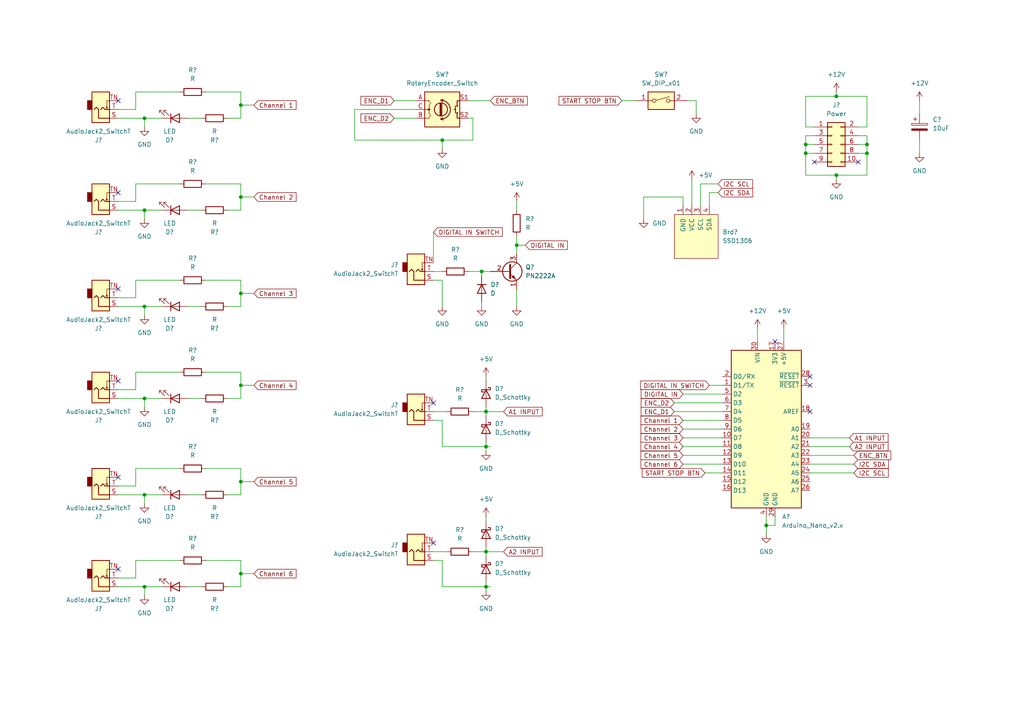
<source format=kicad_sch>
(kicad_sch (version 20211123) (generator eeschema)
  (paper "A4")
  (lib_symbols
    (symbol "Connector:AudioJack2_SwitchT"
      (property "Reference" "J" (at 0 8.89 0))
      (property "Value" "AudioJack2_SwitchT" (at 0 6.35 0))
      (symbol "AudioJack2_SwitchT_0_1"
        (rectangle (start -2.54 0) (end -3.81 -2.54) (stroke (width 0.254)) (fill (type outline)))
        (polyline (pts (xy 1.778 -0.254) (xy 2.032 -0.762)))
        (polyline (pts (xy 0 0) (xy 0.635 -0.635) (xy 1.27 0) (xy 2.54 0)) (stroke (width 0.254)))
        (polyline (pts (xy 2.54 -2.54) (xy 1.778 -2.54) (xy 1.778 -0.254) (xy 1.524 -0.762)))
        (polyline (pts (xy 2.54 2.54) (xy -0.635 2.54) (xy -0.635 0) (xy -1.27 -0.635) (xy -1.905 0)) (stroke (width 0.254)))
        (rectangle (start 2.54 3.81) (end -2.54 -5.08) (stroke (width 0.254)) (fill (type background)))
      )
      (symbol "AudioJack2_SwitchT_1_1"
        (pin passive line (at 5.08 2.54 180) (length 2.54) (name "~") (number "S"))
        (pin passive line (at 5.08 0 180) (length 2.54) (name "~") (number "T"))
        (pin passive line (at 5.08 -2.54 180) (length 2.54) (name "~") (number "TN"))
      )
    )
    (symbol "Connector_Generic:Conn_02x05_Odd_Even" (pin_names (offset 1.016) hide)
      (property "Reference" "J" (at 1.27 7.62 0))
      (property "Value" "Conn_02x05_Odd_Even" (at 1.27 -7.62 0))
      (symbol "Conn_02x05_Odd_Even_1_1"
        (rectangle (start -1.27 -4.953) (end 0 -5.207) (stroke (width 0.1524)))
        (rectangle (start -1.27 -2.413) (end 0 -2.667) (stroke (width 0.1524)))
        (rectangle (start -1.27 0.127) (end 0 -0.127) (stroke (width 0.1524)))
        (rectangle (start -1.27 2.667) (end 0 2.413) (stroke (width 0.1524)))
        (rectangle (start -1.27 5.207) (end 0 4.953) (stroke (width 0.1524)))
        (rectangle (start -1.27 6.35) (end 3.81 -6.35) (stroke (width 0.254)) (fill (type background)))
        (rectangle (start 3.81 -4.953) (end 2.54 -5.207) (stroke (width 0.1524)))
        (rectangle (start 3.81 -2.413) (end 2.54 -2.667) (stroke (width 0.1524)))
        (rectangle (start 3.81 0.127) (end 2.54 -0.127) (stroke (width 0.1524)))
        (rectangle (start 3.81 2.667) (end 2.54 2.413) (stroke (width 0.1524)))
        (rectangle (start 3.81 5.207) (end 2.54 4.953) (stroke (width 0.1524)))
        (pin passive line (at -5.08 5.08 0) (length 3.81) (name "Pin_1") (number "1"))
        (pin passive line (at 7.62 -5.08 180) (length 3.81) (name "Pin_10") (number "10"))
        (pin passive line (at 7.62 5.08 180) (length 3.81) (name "Pin_2") (number "2"))
        (pin passive line (at -5.08 2.54 0) (length 3.81) (name "Pin_3") (number "3"))
        (pin passive line (at 7.62 2.54 180) (length 3.81) (name "Pin_4") (number "4"))
        (pin passive line (at -5.08 0 0) (length 3.81) (name "Pin_5") (number "5"))
        (pin passive line (at 7.62 0 180) (length 3.81) (name "Pin_6") (number "6"))
        (pin passive line (at -5.08 -2.54 0) (length 3.81) (name "Pin_7") (number "7"))
        (pin passive line (at 7.62 -2.54 180) (length 3.81) (name "Pin_8") (number "8"))
        (pin passive line (at -5.08 -5.08 0) (length 3.81) (name "Pin_9") (number "9"))
      )
    )
    (symbol "Device:C_Polarized" (pin_numbers hide) (pin_names (offset 0.254))
      (property "Reference" "C" (at 0.635 2.54 0))
      (property "Value" "C_Polarized" (at 0.635 -2.54 0))
      (symbol "C_Polarized_0_1"
        (rectangle (start -2.286 0.508) (end 2.286 1.016))
        (polyline (pts (xy -1.778 2.286) (xy -0.762 2.286)))
        (polyline (pts (xy -1.27 2.794) (xy -1.27 1.778)))
        (rectangle (start 2.286 -0.508) (end -2.286 -1.016) (fill (type outline)))
      )
      (symbol "C_Polarized_1_1"
        (pin passive line (at 0 3.81 270) (length 2.794) (name "~") (number "1"))
        (pin passive line (at 0 -3.81 90) (length 2.794) (name "~") (number "2"))
      )
    )
    (symbol "Device:D" (pin_numbers hide) (pin_names (offset 1.016) hide)
      (property "Reference" "D" (at 0 2.54 0))
      (property "Value" "D" (at 0 -2.54 0))
      (symbol "D_0_1"
        (polyline (pts (xy -1.27 1.27) (xy -1.27 -1.27)) (stroke (width 0.254)))
        (polyline (pts (xy 1.27 0) (xy -1.27 0)))
        (polyline (pts (xy 1.27 1.27) (xy 1.27 -1.27) (xy -1.27 0) (xy 1.27 1.27)) (stroke (width 0.254)))
      )
      (symbol "D_1_1"
        (pin passive line (at -3.81 0 0) (length 2.54) (name "K") (number "1"))
        (pin passive line (at 3.81 0 180) (length 2.54) (name "A") (number "2"))
      )
    )
    (symbol "Device:D_Schottky" (pin_numbers hide) (pin_names (offset 1.016) hide)
      (property "Reference" "D" (at 0 2.54 0))
      (property "Value" "D_Schottky" (at 0 -2.54 0))
      (symbol "D_Schottky_0_1"
        (polyline (pts (xy 1.27 0) (xy -1.27 0)))
        (polyline (pts (xy 1.27 1.27) (xy 1.27 -1.27) (xy -1.27 0) (xy 1.27 1.27)) (stroke (width 0.254)))
        (polyline (pts (xy -1.905 0.635) (xy -1.905 1.27) (xy -1.27 1.27) (xy -1.27 -1.27) (xy -0.635 -1.27) (xy -0.635 -0.635)) (stroke (width 0.254)))
      )
      (symbol "D_Schottky_1_1"
        (pin passive line (at -3.81 0 0) (length 2.54) (name "K") (number "1"))
        (pin passive line (at 3.81 0 180) (length 2.54) (name "A") (number "2"))
      )
    )
    (symbol "Device:LED" (pin_numbers hide) (pin_names (offset 1.016) hide)
      (property "Reference" "D" (at 0 2.54 0))
      (property "Value" "LED" (at 0 -2.54 0))
      (symbol "LED_0_1"
        (polyline (pts (xy -1.27 -1.27) (xy -1.27 1.27)) (stroke (width 0.254)))
        (polyline (pts (xy -1.27 0) (xy 1.27 0)))
        (polyline (pts (xy 1.27 -1.27) (xy 1.27 1.27) (xy -1.27 0) (xy 1.27 -1.27)) (stroke (width 0.254)))
        (polyline (pts (xy -3.048 -0.762) (xy -4.572 -2.286) (xy -3.81 -2.286) (xy -4.572 -2.286) (xy -4.572 -1.524)))
        (polyline (pts (xy -1.778 -0.762) (xy -3.302 -2.286) (xy -2.54 -2.286) (xy -3.302 -2.286) (xy -3.302 -1.524)))
      )
      (symbol "LED_1_1"
        (pin passive line (at -3.81 0 0) (length 2.54) (name "K") (number "1"))
        (pin passive line (at 3.81 0 180) (length 2.54) (name "A") (number "2"))
      )
    )
    (symbol "Device:R" (pin_numbers hide) (pin_names (offset 0))
      (property "Reference" "R" (at 2.032 0 90))
      (property "Value" "R" (at 0 0 90))
      (symbol "R_0_1"
        (rectangle (start -1.016 -2.54) (end 1.016 2.54) (stroke (width 0.254)))
      )
      (symbol "R_1_1"
        (pin passive line (at 0 3.81 270) (length 1.27) (name "~") (number "1"))
        (pin passive line (at 0 -3.81 90) (length 1.27) (name "~") (number "2"))
      )
    )
    (symbol "Device:RotaryEncoder_Switch" (pin_names (offset 0.254) hide)
      (property "Reference" "SW" (at 0 6.604 0))
      (property "Value" "RotaryEncoder_Switch" (at 0 -6.604 0))
      (symbol "RotaryEncoder_Switch_0_1"
        (rectangle (start -5.08 5.08) (end 5.08 -5.08) (stroke (width 0.254)) (fill (type background)))
        (circle (center -3.81 0) (radius 0.254) (fill (type outline)))
        (arc (start -0.381 -2.794) (mid 2.3622 -0.0508) (end -0.381 2.667) (stroke (width 0.254)))
        (circle (center -0.381 0) (radius 1.905) (stroke (width 0.254)))
        (polyline (pts (xy -0.635 -1.778) (xy -0.635 1.778)) (stroke (width 0.254)))
        (polyline (pts (xy -0.381 -1.778) (xy -0.381 1.778)) (stroke (width 0.254)))
        (polyline (pts (xy -0.127 1.778) (xy -0.127 -1.778)) (stroke (width 0.254)))
        (polyline (pts (xy 3.81 0) (xy 3.429 0)) (stroke (width 0.254)))
        (polyline (pts (xy 3.81 1.016) (xy 3.81 -1.016)) (stroke (width 0.254)))
        (polyline (pts (xy -5.08 -2.54) (xy -3.81 -2.54) (xy -3.81 -2.032)))
        (polyline (pts (xy -5.08 2.54) (xy -3.81 2.54) (xy -3.81 2.032)))
        (polyline (pts (xy 0.254 -3.048) (xy -0.508 -2.794) (xy 0.127 -2.413)) (stroke (width 0.254)))
        (polyline (pts (xy 0.254 2.921) (xy -0.508 2.667) (xy 0.127 2.286)) (stroke (width 0.254)))
        (polyline (pts (xy 5.08 -2.54) (xy 4.318 -2.54) (xy 4.318 -1.016)) (stroke (width 0.254)))
        (polyline (pts (xy 5.08 2.54) (xy 4.318 2.54) (xy 4.318 1.016)) (stroke (width 0.254)))
        (polyline (pts (xy -5.08 0) (xy -3.81 0) (xy -3.81 -1.016) (xy -3.302 -2.032)))
        (polyline (pts (xy -4.318 0) (xy -3.81 0) (xy -3.81 1.016) (xy -3.302 2.032)))
        (circle (center 4.318 -1.016) (radius 0.127) (stroke (width 0.254)))
        (circle (center 4.318 1.016) (radius 0.127) (stroke (width 0.254)))
      )
      (symbol "RotaryEncoder_Switch_1_1"
        (pin passive line (at -7.62 2.54 0) (length 2.54) (name "A") (number "A"))
        (pin passive line (at -7.62 -2.54 0) (length 2.54) (name "B") (number "B"))
        (pin passive line (at -7.62 0 0) (length 2.54) (name "C") (number "C"))
        (pin passive line (at 7.62 2.54 180) (length 2.54) (name "S1") (number "S1"))
        (pin passive line (at 7.62 -2.54 180) (length 2.54) (name "S2") (number "S2"))
      )
    )
    (symbol "MCU_Module:Arduino_Nano_v2.x"
      (property "Reference" "A" (at -10.16 23.495 0))
      (property "Value" "Arduino_Nano_v2.x" (at 5.08 -24.13 0))
      (symbol "Arduino_Nano_v2.x_0_1"
        (rectangle (start -10.16 22.86) (end 10.16 -22.86) (stroke (width 0.254)) (fill (type background)))
      )
      (symbol "Arduino_Nano_v2.x_1_1"
        (pin bidirectional line (at -12.7 12.7 0) (length 2.54) (name "D1/TX") (number "1"))
        (pin bidirectional line (at -12.7 -2.54 0) (length 2.54) (name "D7") (number "10"))
        (pin bidirectional line (at -12.7 -5.08 0) (length 2.54) (name "D8") (number "11"))
        (pin bidirectional line (at -12.7 -7.62 0) (length 2.54) (name "D9") (number "12"))
        (pin bidirectional line (at -12.7 -10.16 0) (length 2.54) (name "D10") (number "13"))
        (pin bidirectional line (at -12.7 -12.7 0) (length 2.54) (name "D11") (number "14"))
        (pin bidirectional line (at -12.7 -15.24 0) (length 2.54) (name "D12") (number "15"))
        (pin bidirectional line (at -12.7 -17.78 0) (length 2.54) (name "D13") (number "16"))
        (pin power_out line (at 2.54 25.4 270) (length 2.54) (name "3V3") (number "17"))
        (pin input line (at 12.7 5.08 180) (length 2.54) (name "AREF") (number "18"))
        (pin bidirectional line (at 12.7 0 180) (length 2.54) (name "A0") (number "19"))
        (pin bidirectional line (at -12.7 15.24 0) (length 2.54) (name "D0/RX") (number "2"))
        (pin bidirectional line (at 12.7 -2.54 180) (length 2.54) (name "A1") (number "20"))
        (pin bidirectional line (at 12.7 -5.08 180) (length 2.54) (name "A2") (number "21"))
        (pin bidirectional line (at 12.7 -7.62 180) (length 2.54) (name "A3") (number "22"))
        (pin bidirectional line (at 12.7 -10.16 180) (length 2.54) (name "A4") (number "23"))
        (pin bidirectional line (at 12.7 -12.7 180) (length 2.54) (name "A5") (number "24"))
        (pin bidirectional line (at 12.7 -15.24 180) (length 2.54) (name "A6") (number "25"))
        (pin bidirectional line (at 12.7 -17.78 180) (length 2.54) (name "A7") (number "26"))
        (pin power_out line (at 5.08 25.4 270) (length 2.54) (name "+5V") (number "27"))
        (pin input line (at 12.7 15.24 180) (length 2.54) (name "~{RESET}") (number "28"))
        (pin power_in line (at 2.54 -25.4 90) (length 2.54) (name "GND") (number "29"))
        (pin input line (at 12.7 12.7 180) (length 2.54) (name "~{RESET}") (number "3"))
        (pin power_in line (at -2.54 25.4 270) (length 2.54) (name "VIN") (number "30"))
        (pin power_in line (at 0 -25.4 90) (length 2.54) (name "GND") (number "4"))
        (pin bidirectional line (at -12.7 10.16 0) (length 2.54) (name "D2") (number "5"))
        (pin bidirectional line (at -12.7 7.62 0) (length 2.54) (name "D3") (number "6"))
        (pin bidirectional line (at -12.7 5.08 0) (length 2.54) (name "D4") (number "7"))
        (pin bidirectional line (at -12.7 2.54 0) (length 2.54) (name "D5") (number "8"))
        (pin bidirectional line (at -12.7 0 0) (length 2.54) (name "D6") (number "9"))
      )
    )
    (symbol "SSD1306-128x64_OLED:SSD1306" (pin_names (offset 1.016))
      (property "Reference" "Brd" (at 0 -3.81 0))
      (property "Value" "SSD1306" (at 0 -1.27 0))
      (symbol "SSD1306_0_1"
        (rectangle (start -6.35 6.35) (end 6.35 -6.35) (fill (type background)))
      )
      (symbol "SSD1306_1_1"
        (pin input line (at -3.81 8.89 270) (length 2.54) (name "GND") (number "1"))
        (pin input line (at -1.27 8.89 270) (length 2.54) (name "VCC") (number "2"))
        (pin input line (at 1.27 8.89 270) (length 2.54) (name "SCL") (number "3"))
        (pin input line (at 3.81 8.89 270) (length 2.54) (name "SDA") (number "4"))
      )
    )
    (symbol "Switch:SW_DIP_x01" (pin_names (offset 0) hide)
      (property "Reference" "SW" (at 0 3.81 0))
      (property "Value" "SW_DIP_x01" (at 0 -3.81 0))
      (symbol "SW_DIP_x01_0_0"
        (circle (center -2.032 0) (radius 0.508))
        (polyline (pts (xy -1.524 0.127) (xy 2.3622 1.1684)))
        (circle (center 2.032 0) (radius 0.508))
      )
      (symbol "SW_DIP_x01_0_1"
        (rectangle (start -3.81 2.54) (end 3.81 -2.54) (stroke (width 0.254)) (fill (type background)))
      )
      (symbol "SW_DIP_x01_1_1"
        (pin passive line (at -7.62 0 0) (length 5.08) (name "~") (number "1"))
        (pin passive line (at 7.62 0 180) (length 5.08) (name "~") (number "2"))
      )
    )
    (symbol "Transistor_BJT:PN2222A" (pin_names (offset 0) hide)
      (property "Reference" "Q" (at 5.08 1.905 0))
      (property "Value" "PN2222A" (at 5.08 0 0))
      (symbol "PN2222A_0_1"
        (polyline (pts (xy 0 0) (xy 0.635 0)))
        (polyline (pts (xy 2.54 -2.54) (xy 0.635 -0.635)))
        (polyline (pts (xy 2.54 2.54) (xy 0.635 0.635)))
        (polyline (pts (xy 0.635 1.905) (xy 0.635 -1.905) (xy 0.635 -1.905)) (stroke (width 0.508)))
        (polyline (pts (xy 2.413 -2.413) (xy 1.905 -1.905) (xy 1.905 -1.905)))
        (polyline (pts (xy 1.143 -1.651) (xy 1.651 -1.143) (xy 2.159 -2.159) (xy 1.143 -1.651) (xy 1.143 -1.651)) (fill (type outline)))
        (circle (center 1.27 0) (radius 2.8194) (stroke (width 0.254)))
      )
      (symbol "PN2222A_1_1"
        (pin passive line (at 2.54 -5.08 90) (length 2.54) (name "E") (number "1"))
        (pin input line (at -5.08 0 0) (length 5.08) (name "B") (number "2"))
        (pin passive line (at 2.54 5.08 270) (length 2.54) (name "C") (number "3"))
      )
    )
    (symbol "power:+12V" (power) (pin_names (offset 0))
      (property "Value" "+12V" (at 0 3.556 0))
      (symbol "+12V_0_1"
        (polyline (pts (xy -0.762 1.27) (xy 0 2.54)))
        (polyline (pts (xy 0 0) (xy 0 2.54)))
        (polyline (pts (xy 0 2.54) (xy 0.762 1.27)))
      )
      (symbol "+12V_1_1"
        (pin power_in line (at 0 0 90) (length 0) hide (name "+12V") (number "1"))
      )
    )
    (symbol "power:+5V" (power) (pin_names (offset 0))
      (property "Value" "+5V" (at 0 3.556 0))
      (symbol "+5V_0_1"
        (polyline (pts (xy -0.762 1.27) (xy 0 2.54)))
        (polyline (pts (xy 0 0) (xy 0 2.54)))
        (polyline (pts (xy 0 2.54) (xy 0.762 1.27)))
      )
      (symbol "+5V_1_1"
        (pin power_in line (at 0 0 90) (length 0) hide (name "+5V") (number "1"))
      )
    )
    (symbol "power:GND" (power) (pin_names (offset 0))
      (property "Value" "GND" (at 0 -3.81 0))
      (symbol "GND_0_1"
        (polyline (pts (xy 0 0) (xy 0 -1.27) (xy 1.27 -1.27) (xy 0 -2.54) (xy -1.27 -1.27) (xy 0 -1.27)))
      )
      (symbol "GND_1_1"
        (pin power_in line (at 0 0 270) (length 0) hide (name "GND") (number "1"))
      )
    )
  )
  (junction (at 149.86 71.12))
  (junction (at 140.97 160.02))
  (junction (at 140.97 170.18))
  (junction (at 41.91 34.29))
  (junction (at 41.91 143.51))
  (junction (at 233.68 41.91))
  (junction (at 69.85 139.7))
  (junction (at 140.97 119.38))
  (junction (at 242.57 50.8))
  (junction (at 139.7 78.74))
  (junction (at 41.91 115.57))
  (junction (at 69.85 85.09))
  (junction (at 41.91 170.18))
  (junction (at 69.85 57.15))
  (junction (at 128.27 40.64))
  (junction (at 251.46 41.91))
  (junction (at 69.85 166.37))
  (junction (at 41.91 60.96))
  (junction (at 69.85 111.76))
  (junction (at 233.68 44.45))
  (junction (at 242.57 27.94))
  (junction (at 222.25 152.4))
  (junction (at 251.46 44.45))
  (junction (at 41.91 88.9))
  (junction (at 69.85 30.48))
  (junction (at 140.97 129.54))
  (no_connect (at 34.29 110.49))
  (no_connect (at 234.95 109.22))
  (no_connect (at 34.29 165.1))
  (no_connect (at 234.95 111.76))
  (no_connect (at 234.95 119.38))
  (no_connect (at 34.29 138.43))
  (no_connect (at 34.29 83.82))
  (no_connect (at 34.29 55.88))
  (no_connect (at 125.73 157.48))
  (no_connect (at 248.92 46.99))
  (no_connect (at 224.79 99.06))
  (no_connect (at 34.29 29.21))
  (no_connect (at 236.22 46.99))
  (no_connect (at 125.73 116.84))
  (wire (pts (xy 102.87 40.64) (xy 128.27 40.64)))
  (wire (pts (xy 140.97 119.38) (xy 140.97 120.65)))
  (wire (pts (xy 203.2 53.34) (xy 203.2 59.69)))
  (wire (pts (xy 69.85 166.37) (xy 69.85 170.18)))
  (wire (pts (xy 140.97 119.38) (xy 146.05 119.38)))
  (wire (pts (xy 135.89 78.74) (xy 139.7 78.74)))
  (wire (pts (xy 39.37 58.42) (xy 39.37 53.34)))
  (wire (pts (xy 198.12 124.46) (xy 209.55 124.46)))
  (wire (pts (xy 149.86 71.12) (xy 149.86 73.66)))
  (wire (pts (xy 54.61 143.51) (xy 58.42 143.51)))
  (wire (pts (xy 125.73 78.74) (xy 128.27 78.74)))
  (wire (pts (xy 137.16 34.29) (xy 137.16 40.64)))
  (wire (pts (xy 137.16 40.64) (xy 128.27 40.64)))
  (wire (pts (xy 39.37 26.67) (xy 52.07 26.67)))
  (wire (pts (xy 34.29 34.29) (xy 41.91 34.29)))
  (wire (pts (xy 222.25 152.4) (xy 224.79 152.4)))
  (wire (pts (xy 41.91 34.29) (xy 46.99 34.29)))
  (wire (pts (xy 149.86 83.82) (xy 149.86 88.9)))
  (wire (pts (xy 34.29 88.9) (xy 41.91 88.9)))
  (wire (pts (xy 205.74 111.76) (xy 209.55 111.76)))
  (wire (pts (xy 128.27 129.54) (xy 140.97 129.54)))
  (wire (pts (xy 135.89 29.21) (xy 142.24 29.21)))
  (wire (pts (xy 39.37 140.97) (xy 39.37 135.89)))
  (wire (pts (xy 242.57 26.67) (xy 242.57 27.94)))
  (wire (pts (xy 198.12 57.15) (xy 198.12 59.69)))
  (wire (pts (xy 39.37 167.64) (xy 39.37 162.56)))
  (wire (pts (xy 208.28 53.34) (xy 203.2 53.34)))
  (wire (pts (xy 54.61 115.57) (xy 58.42 115.57)))
  (wire (pts (xy 125.73 162.56) (xy 128.27 162.56)))
  (wire (pts (xy 39.37 162.56) (xy 52.07 162.56)))
  (wire (pts (xy 114.3 29.21) (xy 120.65 29.21)))
  (wire (pts (xy 41.91 60.96) (xy 41.91 63.5)))
  (wire (pts (xy 39.37 31.75) (xy 39.37 26.67)))
  (wire (pts (xy 149.86 58.42) (xy 149.86 60.96)))
  (wire (pts (xy 227.33 95.25) (xy 227.33 99.06)))
  (wire (pts (xy 34.29 140.97) (xy 39.37 140.97)))
  (wire (pts (xy 34.29 170.18) (xy 41.91 170.18)))
  (wire (pts (xy 59.69 26.67) (xy 69.85 26.67)))
  (wire (pts (xy 128.27 162.56) (xy 128.27 170.18)))
  (wire (pts (xy 184.15 29.21) (xy 180.34 29.21)))
  (wire (pts (xy 233.68 41.91) (xy 236.22 41.91)))
  (wire (pts (xy 69.85 53.34) (xy 69.85 57.15)))
  (wire (pts (xy 54.61 34.29) (xy 58.42 34.29)))
  (wire (pts (xy 140.97 158.75) (xy 140.97 160.02)))
  (wire (pts (xy 125.73 121.92) (xy 128.27 121.92)))
  (wire (pts (xy 198.12 134.62) (xy 209.55 134.62)))
  (wire (pts (xy 266.7 29.21) (xy 266.7 33.02)))
  (wire (pts (xy 251.46 39.37) (xy 251.46 41.91)))
  (wire (pts (xy 135.89 34.29) (xy 137.16 34.29)))
  (wire (pts (xy 248.92 44.45) (xy 251.46 44.45)))
  (wire (pts (xy 248.92 39.37) (xy 251.46 39.37)))
  (wire (pts (xy 140.97 109.22) (xy 140.97 110.49)))
  (wire (pts (xy 41.91 60.96) (xy 46.99 60.96)))
  (wire (pts (xy 234.95 129.54) (xy 246.38 129.54)))
  (wire (pts (xy 248.92 41.91) (xy 251.46 41.91)))
  (wire (pts (xy 39.37 81.28) (xy 52.07 81.28)))
  (wire (pts (xy 224.79 149.86) (xy 224.79 152.4)))
  (wire (pts (xy 140.97 129.54) (xy 140.97 130.81)))
  (wire (pts (xy 69.85 81.28) (xy 69.85 85.09)))
  (wire (pts (xy 54.61 60.96) (xy 58.42 60.96)))
  (wire (pts (xy 233.68 44.45) (xy 233.68 50.8)))
  (wire (pts (xy 34.29 58.42) (xy 39.37 58.42)))
  (wire (pts (xy 34.29 86.36) (xy 39.37 86.36)))
  (wire (pts (xy 69.85 57.15) (xy 69.85 60.96)))
  (wire (pts (xy 128.27 170.18) (xy 140.97 170.18)))
  (wire (pts (xy 200.66 52.07) (xy 200.66 59.69)))
  (wire (pts (xy 234.95 127) (xy 246.38 127)))
  (wire (pts (xy 39.37 107.95) (xy 52.07 107.95)))
  (wire (pts (xy 69.85 107.95) (xy 69.85 111.76)))
  (wire (pts (xy 140.97 168.91) (xy 140.97 170.18)))
  (wire (pts (xy 41.91 34.29) (xy 41.91 36.83)))
  (wire (pts (xy 204.47 137.16) (xy 209.55 137.16)))
  (wire (pts (xy 139.7 87.63) (xy 139.7 88.9)))
  (wire (pts (xy 34.29 143.51) (xy 41.91 143.51)))
  (wire (pts (xy 41.91 115.57) (xy 41.91 118.11)))
  (wire (pts (xy 251.46 27.94) (xy 242.57 27.94)))
  (wire (pts (xy 242.57 27.94) (xy 233.68 27.94)))
  (wire (pts (xy 198.12 127) (xy 209.55 127)))
  (wire (pts (xy 69.85 26.67) (xy 69.85 30.48)))
  (wire (pts (xy 41.91 170.18) (xy 46.99 170.18)))
  (wire (pts (xy 205.74 55.88) (xy 205.74 59.69)))
  (wire (pts (xy 69.85 111.76) (xy 69.85 115.57)))
  (wire (pts (xy 34.29 113.03) (xy 39.37 113.03)))
  (wire (pts (xy 198.12 132.08) (xy 209.55 132.08)))
  (wire (pts (xy 129.54 160.02) (xy 125.73 160.02)))
  (wire (pts (xy 236.22 39.37) (xy 233.68 39.37)))
  (wire (pts (xy 69.85 30.48) (xy 73.66 30.48)))
  (wire (pts (xy 140.97 160.02) (xy 140.97 161.29)))
  (wire (pts (xy 128.27 81.28) (xy 128.27 88.9)))
  (wire (pts (xy 69.85 166.37) (xy 73.66 166.37)))
  (wire (pts (xy 34.29 31.75) (xy 39.37 31.75)))
  (wire (pts (xy 120.65 31.75) (xy 102.87 31.75)))
  (wire (pts (xy 198.12 121.92) (xy 209.55 121.92)))
  (wire (pts (xy 186.69 63.5) (xy 186.69 57.15)))
  (wire (pts (xy 69.85 115.57) (xy 66.04 115.57)))
  (wire (pts (xy 140.97 129.54) (xy 142.24 129.54)))
  (wire (pts (xy 251.46 41.91) (xy 251.46 44.45)))
  (wire (pts (xy 266.7 40.64) (xy 266.7 44.45)))
  (wire (pts (xy 233.68 36.83) (xy 236.22 36.83)))
  (wire (pts (xy 198.12 129.54) (xy 209.55 129.54)))
  (wire (pts (xy 149.86 71.12) (xy 152.4 71.12)))
  (wire (pts (xy 41.91 143.51) (xy 41.91 146.05)))
  (wire (pts (xy 139.7 78.74) (xy 139.7 80.01)))
  (wire (pts (xy 201.93 29.21) (xy 199.39 29.21)))
  (wire (pts (xy 140.97 128.27) (xy 140.97 129.54)))
  (wire (pts (xy 234.95 137.16) (xy 247.65 137.16)))
  (wire (pts (xy 251.46 44.45) (xy 251.46 50.8)))
  (wire (pts (xy 41.91 143.51) (xy 46.99 143.51)))
  (wire (pts (xy 233.68 27.94) (xy 233.68 36.83)))
  (wire (pts (xy 125.73 81.28) (xy 128.27 81.28)))
  (wire (pts (xy 198.12 114.3) (xy 209.55 114.3)))
  (wire (pts (xy 114.3 34.29) (xy 120.65 34.29)))
  (wire (pts (xy 140.97 149.86) (xy 140.97 151.13)))
  (wire (pts (xy 201.93 29.21) (xy 201.93 33.02)))
  (wire (pts (xy 195.58 116.84) (xy 209.55 116.84)))
  (wire (pts (xy 39.37 113.03) (xy 39.37 107.95)))
  (wire (pts (xy 34.29 60.96) (xy 41.91 60.96)))
  (wire (pts (xy 69.85 143.51) (xy 66.04 143.51)))
  (wire (pts (xy 69.85 85.09) (xy 69.85 88.9)))
  (wire (pts (xy 129.54 119.38) (xy 125.73 119.38)))
  (wire (pts (xy 54.61 88.9) (xy 58.42 88.9)))
  (wire (pts (xy 102.87 31.75) (xy 102.87 40.64)))
  (wire (pts (xy 140.97 160.02) (xy 146.05 160.02)))
  (wire (pts (xy 41.91 88.9) (xy 46.99 88.9)))
  (wire (pts (xy 195.58 119.38) (xy 209.55 119.38)))
  (wire (pts (xy 69.85 34.29) (xy 66.04 34.29)))
  (wire (pts (xy 41.91 115.57) (xy 46.99 115.57)))
  (wire (pts (xy 125.73 67.31) (xy 125.73 76.2)))
  (wire (pts (xy 149.86 68.58) (xy 149.86 71.12)))
  (wire (pts (xy 69.85 139.7) (xy 73.66 139.7)))
  (wire (pts (xy 234.95 134.62) (xy 247.65 134.62)))
  (wire (pts (xy 128.27 40.64) (xy 128.27 43.18)))
  (wire (pts (xy 69.85 30.48) (xy 69.85 34.29)))
  (wire (pts (xy 59.69 53.34) (xy 69.85 53.34)))
  (wire (pts (xy 59.69 135.89) (xy 69.85 135.89)))
  (wire (pts (xy 41.91 170.18) (xy 41.91 172.72)))
  (wire (pts (xy 233.68 41.91) (xy 233.68 44.45)))
  (wire (pts (xy 140.97 118.11) (xy 140.97 119.38)))
  (wire (pts (xy 222.25 149.86) (xy 222.25 152.4)))
  (wire (pts (xy 69.85 111.76) (xy 73.66 111.76)))
  (wire (pts (xy 69.85 88.9) (xy 66.04 88.9)))
  (wire (pts (xy 233.68 44.45) (xy 236.22 44.45)))
  (wire (pts (xy 69.85 60.96) (xy 66.04 60.96)))
  (wire (pts (xy 41.91 88.9) (xy 41.91 91.44)))
  (wire (pts (xy 54.61 170.18) (xy 58.42 170.18)))
  (wire (pts (xy 242.57 50.8) (xy 251.46 50.8)))
  (wire (pts (xy 248.92 36.83) (xy 251.46 36.83)))
  (wire (pts (xy 39.37 53.34) (xy 52.07 53.34)))
  (wire (pts (xy 186.69 57.15) (xy 198.12 57.15)))
  (wire (pts (xy 219.71 95.25) (xy 219.71 99.06)))
  (wire (pts (xy 128.27 121.92) (xy 128.27 129.54)))
  (wire (pts (xy 69.85 57.15) (xy 73.66 57.15)))
  (wire (pts (xy 139.7 78.74) (xy 142.24 78.74)))
  (wire (pts (xy 137.16 160.02) (xy 140.97 160.02)))
  (wire (pts (xy 34.29 115.57) (xy 41.91 115.57)))
  (wire (pts (xy 59.69 107.95) (xy 69.85 107.95)))
  (wire (pts (xy 140.97 170.18) (xy 142.24 170.18)))
  (wire (pts (xy 233.68 50.8) (xy 242.57 50.8)))
  (wire (pts (xy 140.97 170.18) (xy 140.97 171.45)))
  (wire (pts (xy 69.85 135.89) (xy 69.85 139.7)))
  (wire (pts (xy 34.29 167.64) (xy 39.37 167.64)))
  (wire (pts (xy 234.95 132.08) (xy 247.65 132.08)))
  (wire (pts (xy 69.85 139.7) (xy 69.85 143.51)))
  (wire (pts (xy 59.69 162.56) (xy 69.85 162.56)))
  (wire (pts (xy 251.46 36.83) (xy 251.46 27.94)))
  (wire (pts (xy 137.16 119.38) (xy 140.97 119.38)))
  (wire (pts (xy 208.28 55.88) (xy 205.74 55.88)))
  (wire (pts (xy 222.25 152.4) (xy 222.25 154.94)))
  (wire (pts (xy 233.68 39.37) (xy 233.68 41.91)))
  (wire (pts (xy 69.85 162.56) (xy 69.85 166.37)))
  (wire (pts (xy 39.37 135.89) (xy 52.07 135.89)))
  (wire (pts (xy 59.69 81.28) (xy 69.85 81.28)))
  (wire (pts (xy 39.37 86.36) (xy 39.37 81.28)))
  (wire (pts (xy 69.85 85.09) (xy 73.66 85.09)))
  (wire (pts (xy 242.57 50.8) (xy 242.57 52.07)))
  (wire (pts (xy 69.85 170.18) (xy 66.04 170.18)))
  (global_label "START STOP BTN" (shape input) (at 180.34 29.21 180) (property "Intersheet References" "${INTERSHEET_REFS}" (effects hide)))
  (global_label "A2 INPUT" (shape input) (at 246.38 129.54 0) (property "Intersheet References" "${INTERSHEET_REFS}" (effects hide)))
  (global_label "Channel 5" (shape input) (at 198.12 132.08 180) (property "Intersheet References" "${INTERSHEET_REFS}" (effects hide)))
  (global_label "Channel 1" (shape input) (at 198.12 121.92 180) (property "Intersheet References" "${INTERSHEET_REFS}" (effects hide)))
  (global_label "Channel 4" (shape input) (at 198.12 129.54 180) (property "Intersheet References" "${INTERSHEET_REFS}" (effects hide)))
  (global_label "ENC_BTN" (shape input) (at 247.65 132.08 0) (property "Intersheet References" "${INTERSHEET_REFS}" (effects hide)))
  (global_label "START STOP BTN" (shape input) (at 204.47 137.16 180) (property "Intersheet References" "${INTERSHEET_REFS}" (effects hide)))
  (global_label "Channel 5" (shape input) (at 73.66 139.7 0) (property "Intersheet References" "${INTERSHEET_REFS}" (effects hide)))
  (global_label "ENC_D2" (shape input) (at 114.3 34.29 180) (property "Intersheet References" "${INTERSHEET_REFS}" (effects hide)))
  (global_label "Channel 3" (shape input) (at 198.12 127 180) (property "Intersheet References" "${INTERSHEET_REFS}" (effects hide)))
  (global_label "A1 INPUT" (shape input) (at 146.05 119.38 0) (property "Intersheet References" "${INTERSHEET_REFS}" (effects hide)))
  (global_label "Channel 3" (shape input) (at 73.66 85.09 0) (property "Intersheet References" "${INTERSHEET_REFS}" (effects hide)))
  (global_label "ENC_BTN" (shape input) (at 142.24 29.21 0) (property "Intersheet References" "${INTERSHEET_REFS}" (effects hide)))
  (global_label "DIGITAL IN SWITCH" (shape input) (at 125.73 67.31 0) (property "Intersheet References" "${INTERSHEET_REFS}" (effects hide)))
  (global_label "DIGITAL IN SWITCH" (shape input) (at 205.74 111.76 180) (property "Intersheet References" "${INTERSHEET_REFS}" (effects hide)))
  (global_label "DIGITAL IN" (shape input) (at 198.12 114.3 180) (property "Intersheet References" "${INTERSHEET_REFS}" (effects hide)))
  (global_label "I2C SDA" (shape input) (at 247.65 134.62 0) (property "Intersheet References" "${INTERSHEET_REFS}" (effects hide)))
  (global_label "Channel 6" (shape input) (at 73.66 166.37 0) (property "Intersheet References" "${INTERSHEET_REFS}" (effects hide)))
  (global_label "Channel 1" (shape input) (at 73.66 30.48 0) (property "Intersheet References" "${INTERSHEET_REFS}" (effects hide)))
  (global_label "DIGITAL IN" (shape input) (at 152.4 71.12 0) (property "Intersheet References" "${INTERSHEET_REFS}" (effects hide)))
  (global_label "ENC_D2" (shape input) (at 195.58 116.84 180) (property "Intersheet References" "${INTERSHEET_REFS}" (effects hide)))
  (global_label "ENC_D1" (shape input) (at 114.3 29.21 180) (property "Intersheet References" "${INTERSHEET_REFS}" (effects hide)))
  (global_label "Channel 2" (shape input) (at 73.66 57.15 0) (property "Intersheet References" "${INTERSHEET_REFS}" (effects hide)))
  (global_label "Channel 4" (shape input) (at 73.66 111.76 0) (property "Intersheet References" "${INTERSHEET_REFS}" (effects hide)))
  (global_label "ENC_D1" (shape input) (at 195.58 119.38 180) (property "Intersheet References" "${INTERSHEET_REFS}" (effects hide)))
  (global_label "Channel 2" (shape input) (at 198.12 124.46 180) (property "Intersheet References" "${INTERSHEET_REFS}" (effects hide)))
  (global_label "I2C SCL" (shape input) (at 208.28 53.34 0) (property "Intersheet References" "${INTERSHEET_REFS}" (effects hide)))
  (global_label "I2C SDA" (shape input) (at 208.28 55.88 0) (property "Intersheet References" "${INTERSHEET_REFS}" (effects hide)))
  (global_label "A2 INPUT" (shape input) (at 146.05 160.02 0) (property "Intersheet References" "${INTERSHEET_REFS}" (effects hide)))
  (global_label "I2C SCL" (shape input) (at 247.65 137.16 0) (property "Intersheet References" "${INTERSHEET_REFS}" (effects hide)))
  (global_label "Channel 6" (shape input) (at 198.12 134.62 180) (property "Intersheet References" "${INTERSHEET_REFS}" (effects hide)))
  (global_label "A1 INPUT" (shape input) (at 246.38 127 0) (property "Intersheet References" "${INTERSHEET_REFS}" (effects hide)))
  (symbol (lib_id "power:GND") (at 149.86 88.9 0) (unit 1)
    (property "Reference" "#PWR?" (effects hide))
    (property "Value" "GND" (at 149.86 93.98 0))
  )
  (symbol (lib_id "Connector:AudioJack2_SwitchT") (at 120.65 160.02 0) (mirror x) (unit 1)
    (property "Reference" "J?" (at 115.57 158.1149 0) (effects (justify right)))
    (property "Value" "AudioJack2_SwitchT" (at 115.57 160.6549 0) (effects (justify right)))
  )
  (symbol (lib_id "power:GND") (at 222.25 154.94 0) (unit 1)
    (property "Reference" "#PWR?" (effects hide))
    (property "Value" "GND" (at 222.25 160.02 0))
  )
  (symbol (lib_id "Connector:AudioJack2_SwitchT") (at 120.65 119.38 0) (mirror x) (unit 1)
    (property "Reference" "J?" (at 115.57 117.4749 0) (effects (justify right)))
    (property "Value" "AudioJack2_SwitchT" (at 115.57 120.0149 0) (effects (justify right)))
  )
  (symbol (lib_id "Connector:AudioJack2_SwitchT") (at 29.21 31.75 0) (mirror x) (unit 1)
    (property "Reference" "J?" (at 28.575 40.64 0))
    (property "Value" "AudioJack2_SwitchT" (at 28.575 38.1 0))
  )
  (symbol (lib_id "Device:LED") (at 50.8 88.9 0) (mirror x) (unit 1)
    (property "Reference" "D?" (at 49.2125 95.25 0))
    (property "Value" "LED" (at 49.2125 92.71 0))
  )
  (symbol (lib_id "power:+5V") (at 149.86 58.42 0) (unit 1)
    (property "Reference" "#PWR?" (effects hide))
    (property "Value" "+5V" (at 149.86 53.34 0))
  )
  (symbol (lib_id "power:GND") (at 41.91 118.11 0) (mirror y) (unit 1)
    (property "Reference" "#PWR?" (effects hide))
    (property "Value" "GND" (at 41.91 123.19 0))
  )
  (symbol (lib_id "Connector:AudioJack2_SwitchT") (at 29.21 167.64 0) (mirror x) (unit 1)
    (property "Reference" "J?" (at 28.575 176.53 0))
    (property "Value" "AudioJack2_SwitchT" (at 28.575 173.99 0))
  )
  (symbol (lib_id "power:+12V") (at 219.71 95.25 0) (unit 1)
    (property "Reference" "#PWR?" (effects hide))
    (property "Value" "+12V" (at 219.71 90.17 0))
  )
  (symbol (lib_id "Device:LED") (at 50.8 115.57 0) (mirror x) (unit 1)
    (property "Reference" "D?" (at 49.2125 121.92 0))
    (property "Value" "LED" (at 49.2125 119.38 0))
  )
  (symbol (lib_id "power:GND") (at 266.7 44.45 0) (unit 1)
    (property "Reference" "#PWR?" (effects hide))
    (property "Value" "GND" (at 266.7 49.53 0))
  )
  (symbol (lib_id "Device:D_Schottky") (at 140.97 114.3 270) (unit 1)
    (property "Reference" "D?" (at 143.51 112.7124 90) (effects (justify left)))
    (property "Value" "D_Schottky" (at 143.51 115.2524 90) (effects (justify left)))
  )
  (symbol (lib_id "Device:R") (at 133.35 160.02 270) (mirror x) (unit 1)
    (property "Reference" "R?" (at 133.35 153.67 90))
    (property "Value" "R" (at 133.35 156.21 90))
  )
  (symbol (lib_id "MCU_Module:Arduino_Nano_v2.x") (at 222.25 124.46 0) (unit 1)
    (property "Reference" "A?" (at 226.8094 149.86 0) (effects (justify left)))
    (property "Value" "Arduino_Nano_v2.x" (at 226.8094 152.4 0) (effects (justify left)))
    (property "Footprint" "Module:Arduino_Nano" (effects hide))
    (property "Datasheet" "https://www.arduino.cc/en/uploads/Main/ArduinoNanoManual23.pdf" (effects hide))
  )
  (symbol (lib_id "Device:D_Schottky") (at 140.97 124.46 270) (unit 1)
    (property "Reference" "D?" (at 143.51 122.8724 90) (effects (justify left)))
    (property "Value" "D_Schottky" (at 143.51 125.4124 90) (effects (justify left)))
  )
  (symbol (lib_id "Device:R") (at 62.23 88.9 90) (mirror x) (unit 1)
    (property "Reference" "R?" (at 62.23 95.25 90))
    (property "Value" "R" (at 62.23 92.71 90))
  )
  (symbol (lib_id "power:GND") (at 139.7 88.9 0) (unit 1)
    (property "Reference" "#PWR?" (effects hide))
    (property "Value" "GND" (at 139.7 93.98 0))
  )
  (symbol (lib_id "power:GND") (at 242.57 52.07 0) (unit 1)
    (property "Reference" "#PWR?" (effects hide))
    (property "Value" "GND" (at 242.57 57.15 0))
  )
  (symbol (lib_id "Device:R") (at 62.23 143.51 90) (mirror x) (unit 1)
    (property "Reference" "R?" (at 62.23 149.86 90))
    (property "Value" "R" (at 62.23 147.32 90))
  )
  (symbol (lib_id "Device:LED") (at 50.8 34.29 0) (mirror x) (unit 1)
    (property "Reference" "D?" (at 49.2125 40.64 0))
    (property "Value" "LED" (at 49.2125 38.1 0))
  )
  (symbol (lib_id "Device:R") (at 132.08 78.74 90) (unit 1)
    (property "Reference" "R?" (at 132.08 72.39 90))
    (property "Value" "R" (at 132.08 74.93 90))
  )
  (symbol (lib_id "Device:R") (at 55.88 81.28 270) (mirror x) (unit 1)
    (property "Reference" "R?" (at 55.88 74.93 90))
    (property "Value" "R" (at 55.88 77.47 90))
  )
  (symbol (lib_id "Device:D_Schottky") (at 140.97 154.94 270) (unit 1)
    (property "Reference" "D?" (at 143.51 153.3524 90) (effects (justify left)))
    (property "Value" "D_Schottky" (at 143.51 155.8924 90) (effects (justify left)))
  )
  (symbol (lib_id "Device:R") (at 62.23 60.96 90) (mirror x) (unit 1)
    (property "Reference" "R?" (at 62.23 67.31 90))
    (property "Value" "R" (at 62.23 64.77 90))
  )
  (symbol (lib_id "Device:R") (at 55.88 107.95 270) (mirror x) (unit 1)
    (property "Reference" "R?" (at 55.88 101.6 90))
    (property "Value" "R" (at 55.88 104.14 90))
  )
  (symbol (lib_id "power:GND") (at 186.69 63.5 0) (unit 1)
    (property "Reference" "#PWR?" (effects hide))
    (property "Value" "GND" (at 189.23 64.7699 0) (effects (justify left)))
  )
  (symbol (lib_id "SSD1306-128x64_OLED:SSD1306") (at 201.93 68.58 0) (unit 1)
    (property "Reference" "Brd?" (at 209.55 67.3099 0) (effects (justify left)))
    (property "Value" "SSD1306" (at 209.55 69.8499 0) (effects (justify left)))
  )
  (symbol (lib_id "power:GND") (at 41.91 63.5 0) (mirror y) (unit 1)
    (property "Reference" "#PWR?" (effects hide))
    (property "Value" "GND" (at 41.91 68.58 0))
  )
  (symbol (lib_id "power:GND") (at 201.93 33.02 0) (unit 1)
    (property "Reference" "#PWR?" (effects hide))
    (property "Value" "GND" (at 201.93 38.1 0))
  )
  (symbol (lib_id "Device:RotaryEncoder_Switch") (at 128.27 31.75 0) (unit 1)
    (property "Reference" "SW?" (at 128.27 21.59 0))
    (property "Value" "RotaryEncoder_Switch" (at 128.27 24.13 0))
  )
  (symbol (lib_id "Device:LED") (at 50.8 170.18 0) (mirror x) (unit 1)
    (property "Reference" "D?" (at 49.2125 176.53 0))
    (property "Value" "LED" (at 49.2125 173.99 0))
  )
  (symbol (lib_id "Device:R") (at 62.23 34.29 90) (mirror x) (unit 1)
    (property "Reference" "R?" (at 62.23 40.64 90))
    (property "Value" "R" (at 62.23 38.1 90))
  )
  (symbol (lib_id "power:+12V") (at 242.57 26.67 0) (unit 1)
    (property "Reference" "#PWR?" (effects hide))
    (property "Value" "+12V" (at 242.57 21.59 0))
  )
  (symbol (lib_id "Connector:AudioJack2_SwitchT") (at 29.21 58.42 0) (mirror x) (unit 1)
    (property "Reference" "J?" (at 28.575 67.31 0))
    (property "Value" "AudioJack2_SwitchT" (at 28.575 64.77 0))
  )
  (symbol (lib_id "power:GND") (at 140.97 171.45 0) (mirror y) (unit 1)
    (property "Reference" "#PWR?" (effects hide))
    (property "Value" "GND" (at 140.97 176.53 0))
  )
  (symbol (lib_id "Device:R") (at 55.88 26.67 270) (mirror x) (unit 1)
    (property "Reference" "R?" (at 55.88 20.32 90))
    (property "Value" "R" (at 55.88 22.86 90))
  )
  (symbol (lib_id "power:GND") (at 41.91 36.83 0) (mirror y) (unit 1)
    (property "Reference" "#PWR?" (effects hide))
    (property "Value" "GND" (at 41.91 41.91 0))
  )
  (symbol (lib_id "power:+12V") (at 266.7 29.21 0) (unit 1)
    (property "Reference" "#PWR?" (effects hide))
    (property "Value" "+12V" (at 266.7 24.13 0))
  )
  (symbol (lib_id "Device:R") (at 62.23 170.18 90) (mirror x) (unit 1)
    (property "Reference" "R?" (at 62.23 176.53 90))
    (property "Value" "R" (at 62.23 173.99 90))
  )
  (symbol (lib_id "power:GND") (at 128.27 43.18 0) (unit 1)
    (property "Reference" "#PWR?" (effects hide))
    (property "Value" "GND" (at 128.27 48.26 0))
  )
  (symbol (lib_id "power:GND") (at 41.91 146.05 0) (mirror y) (unit 1)
    (property "Reference" "#PWR?" (effects hide))
    (property "Value" "GND" (at 41.91 151.13 0))
  )
  (symbol (lib_id "Connector:AudioJack2_SwitchT") (at 29.21 140.97 0) (mirror x) (unit 1)
    (property "Reference" "J?" (at 28.575 149.86 0))
    (property "Value" "AudioJack2_SwitchT" (at 28.575 147.32 0))
  )
  (symbol (lib_id "Connector:AudioJack2_SwitchT") (at 29.21 86.36 0) (mirror x) (unit 1)
    (property "Reference" "J?" (at 28.575 95.25 0))
    (property "Value" "AudioJack2_SwitchT" (at 28.575 92.71 0))
  )
  (symbol (lib_id "Connector:AudioJack2_SwitchT") (at 29.21 113.03 0) (mirror x) (unit 1)
    (property "Reference" "J?" (at 28.575 121.92 0))
    (property "Value" "AudioJack2_SwitchT" (at 28.575 119.38 0))
  )
  (symbol (lib_id "power:GND") (at 140.97 130.81 0) (mirror y) (unit 1)
    (property "Reference" "#PWR?" (effects hide))
    (property "Value" "GND" (at 140.97 135.89 0))
  )
  (symbol (lib_id "power:+5V") (at 200.66 52.07 0) (unit 1)
    (property "Reference" "#PWR?" (effects hide))
    (property "Value" "+5V" (at 202.565 50.7999 0) (effects (justify left)))
  )
  (symbol (lib_id "Connector:AudioJack2_SwitchT") (at 120.65 78.74 0) (mirror x) (unit 1)
    (property "Reference" "J?" (at 115.57 76.8349 0) (effects (justify right)))
    (property "Value" "AudioJack2_SwitchT" (at 115.57 79.3749 0) (effects (justify right)))
  )
  (symbol (lib_id "Device:C_Polarized") (at 266.7 36.83 0) (unit 1)
    (property "Reference" "C?" (at 270.51 34.6709 0) (effects (justify left)))
    (property "Value" "10uF" (at 270.51 37.2109 0) (effects (justify left)))
  )
  (symbol (lib_id "power:+5V") (at 140.97 109.22 0) (mirror y) (unit 1)
    (property "Reference" "#PWR?" (effects hide))
    (property "Value" "+5V" (at 140.97 104.14 0))
  )
  (symbol (lib_id "Device:LED") (at 50.8 60.96 0) (mirror x) (unit 1)
    (property "Reference" "D?" (at 49.2125 67.31 0))
    (property "Value" "LED" (at 49.2125 64.77 0))
  )
  (symbol (lib_id "Device:R") (at 133.35 119.38 270) (mirror x) (unit 1)
    (property "Reference" "R?" (at 133.35 113.03 90))
    (property "Value" "R" (at 133.35 115.57 90))
  )
  (symbol (lib_id "Connector_Generic:Conn_02x05_Odd_Even") (at 241.3 41.91 0) (unit 1)
    (property "Reference" "J?" (at 242.57 30.48 0))
    (property "Value" "Power" (at 242.57 33.02 0))
  )
  (symbol (lib_id "Switch:SW_DIP_x01") (at 191.77 29.21 0) (unit 1)
    (property "Reference" "SW?" (at 191.77 21.59 0))
    (property "Value" "SW_DIP_x01" (at 191.77 24.13 0))
  )
  (symbol (lib_id "power:+5V") (at 227.33 95.25 0) (unit 1)
    (property "Reference" "#PWR?" (effects hide))
    (property "Value" "+5V" (at 227.33 90.17 0))
  )
  (symbol (lib_id "power:GND") (at 41.91 172.72 0) (mirror y) (unit 1)
    (property "Reference" "#PWR?" (effects hide))
    (property "Value" "GND" (at 41.91 177.8 0))
  )
  (symbol (lib_id "Device:D") (at 139.7 83.82 270) (unit 1)
    (property "Reference" "D?" (at 142.24 82.5499 90) (effects (justify left)))
    (property "Value" "D" (at 142.24 85.0899 90) (effects (justify left)))
  )
  (symbol (lib_id "power:GND") (at 128.27 88.9 0) (unit 1)
    (property "Reference" "#PWR?" (effects hide))
    (property "Value" "GND" (at 128.27 93.98 0))
  )
  (symbol (lib_id "Device:R") (at 149.86 64.77 180) (unit 1)
    (property "Reference" "R?" (at 152.4 63.4999 0) (effects (justify right)))
    (property "Value" "R" (at 152.4 66.0399 0) (effects (justify right)))
  )
  (symbol (lib_id "Device:D_Schottky") (at 140.97 165.1 270) (unit 1)
    (property "Reference" "D?" (at 143.51 163.5124 90) (effects (justify left)))
    (property "Value" "D_Schottky" (at 143.51 166.0524 90) (effects (justify left)))
  )
  (symbol (lib_id "Device:LED") (at 50.8 143.51 0) (mirror x) (unit 1)
    (property "Reference" "D?" (at 49.2125 149.86 0))
    (property "Value" "LED" (at 49.2125 147.32 0))
  )
  (symbol (lib_id "Device:R") (at 62.23 115.57 90) (mirror x) (unit 1)
    (property "Reference" "R?" (at 62.23 121.92 90))
    (property "Value" "R" (at 62.23 119.38 90))
  )
  (symbol (lib_id "Transistor_BJT:PN2222A") (at 147.32 78.74 0) (unit 1)
    (property "Reference" "Q?" (at 152.4 77.4699 0) (effects (justify left)))
    (property "Value" "PN2222A" (at 152.4 80.0099 0) (effects (justify left)))
    (property "Footprint" "Package_TO_SOT_THT:TO-92_Inline" (effects hide))
    (property "Datasheet" "https://www.onsemi.com/pub/Collateral/PN2222-D.PDF" (effects hide))
  )
  (symbol (lib_id "power:+5V") (at 140.97 149.86 0) (mirror y) (unit 1)
    (property "Reference" "#PWR?" (effects hide))
    (property "Value" "+5V" (at 140.97 144.78 0))
  )
  (symbol (lib_id "Device:R") (at 55.88 162.56 270) (mirror x) (unit 1)
    (property "Reference" "R?" (at 55.88 156.21 90))
    (property "Value" "R" (at 55.88 158.75 90))
  )
  (symbol (lib_id "Device:R") (at 55.88 53.34 270) (mirror x) (unit 1)
    (property "Reference" "R?" (at 55.88 46.99 90))
    (property "Value" "R" (at 55.88 49.53 90))
  )
  (symbol (lib_id "Device:R") (at 55.88 135.89 270) (mirror x) (unit 1)
    (property "Reference" "R?" (at 55.88 129.54 90))
    (property "Value" "R" (at 55.88 132.08 90))
  )
  (symbol (lib_id "power:GND") (at 41.91 91.44 0) (mirror y) (unit 1)
    (property "Reference" "#PWR?" (effects hide))
    (property "Value" "GND" (at 41.91 96.52 0))
  )
)
</source>
